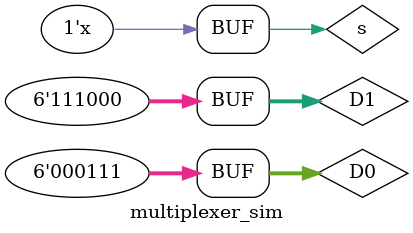
<source format=v>
`timescale 1ns / 1ps


module multiplexer_sim;
    wire [5:0] D0 = 6'b000111;
    wire [5:0] D1 = 6'b111000;
    reg s = 0;
    always #10 s = ~s;
    
    wire [5:0] Y;
    Multiplexer Mux1(D0, D1, s, Y);
    
endmodule

</source>
